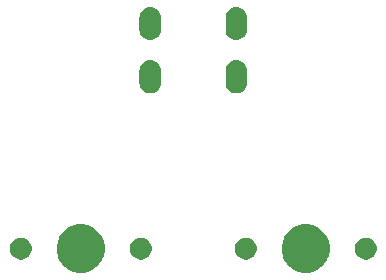
<source format=gbr>
G04 #@! TF.GenerationSoftware,KiCad,Pcbnew,(5.1.4)-1*
G04 #@! TF.CreationDate,2023-01-16T00:03:53+01:00*
G04 #@! TF.ProjectId,2ButtonKeyboardPCB,32427574-746f-46e4-9b65-79626f617264,rev?*
G04 #@! TF.SameCoordinates,Original*
G04 #@! TF.FileFunction,Soldermask,Top*
G04 #@! TF.FilePolarity,Negative*
%FSLAX46Y46*%
G04 Gerber Fmt 4.6, Leading zero omitted, Abs format (unit mm)*
G04 Created by KiCad (PCBNEW (5.1.4)-1) date 2023-01-16 00:03:53*
%MOMM*%
%LPD*%
G04 APERTURE LIST*
%ADD10C,0.100000*%
G04 APERTURE END LIST*
D10*
G36*
X161727724Y-67089934D02*
G01*
X161945724Y-67180233D01*
X162099873Y-67244083D01*
X162434798Y-67467873D01*
X162719627Y-67752702D01*
X162943417Y-68087627D01*
X162975812Y-68165836D01*
X163097566Y-68459776D01*
X163176150Y-68854844D01*
X163176150Y-69257656D01*
X163097566Y-69652724D01*
X163046701Y-69775522D01*
X162943417Y-70024873D01*
X162719627Y-70359798D01*
X162434798Y-70644627D01*
X162099873Y-70868417D01*
X161945724Y-70932267D01*
X161727724Y-71022566D01*
X161332656Y-71101150D01*
X160929844Y-71101150D01*
X160534776Y-71022566D01*
X160316776Y-70932267D01*
X160162627Y-70868417D01*
X159827702Y-70644627D01*
X159542873Y-70359798D01*
X159319083Y-70024873D01*
X159215799Y-69775522D01*
X159164934Y-69652724D01*
X159086350Y-69257656D01*
X159086350Y-68854844D01*
X159164934Y-68459776D01*
X159286688Y-68165836D01*
X159319083Y-68087627D01*
X159542873Y-67752702D01*
X159827702Y-67467873D01*
X160162627Y-67244083D01*
X160316776Y-67180233D01*
X160534776Y-67089934D01*
X160929844Y-67011350D01*
X161332656Y-67011350D01*
X161727724Y-67089934D01*
X161727724Y-67089934D01*
G37*
G36*
X180777724Y-67089934D02*
G01*
X180995724Y-67180233D01*
X181149873Y-67244083D01*
X181484798Y-67467873D01*
X181769627Y-67752702D01*
X181993417Y-68087627D01*
X182025812Y-68165836D01*
X182147566Y-68459776D01*
X182226150Y-68854844D01*
X182226150Y-69257656D01*
X182147566Y-69652724D01*
X182096701Y-69775522D01*
X181993417Y-70024873D01*
X181769627Y-70359798D01*
X181484798Y-70644627D01*
X181149873Y-70868417D01*
X180995724Y-70932267D01*
X180777724Y-71022566D01*
X180382656Y-71101150D01*
X179979844Y-71101150D01*
X179584776Y-71022566D01*
X179366776Y-70932267D01*
X179212627Y-70868417D01*
X178877702Y-70644627D01*
X178592873Y-70359798D01*
X178369083Y-70024873D01*
X178265799Y-69775522D01*
X178214934Y-69652724D01*
X178136350Y-69257656D01*
X178136350Y-68854844D01*
X178214934Y-68459776D01*
X178336688Y-68165836D01*
X178369083Y-68087627D01*
X178592873Y-67752702D01*
X178877702Y-67467873D01*
X179212627Y-67244083D01*
X179366776Y-67180233D01*
X179584776Y-67089934D01*
X179979844Y-67011350D01*
X180382656Y-67011350D01*
X180777724Y-67089934D01*
X180777724Y-67089934D01*
G37*
G36*
X185531354Y-68165835D02*
G01*
X185699876Y-68235639D01*
X185851541Y-68336978D01*
X185980522Y-68465959D01*
X186081861Y-68617624D01*
X186151665Y-68786146D01*
X186187250Y-68965047D01*
X186187250Y-69147453D01*
X186151665Y-69326354D01*
X186081861Y-69494876D01*
X185980522Y-69646541D01*
X185851541Y-69775522D01*
X185699876Y-69876861D01*
X185531354Y-69946665D01*
X185352453Y-69982250D01*
X185170047Y-69982250D01*
X184991146Y-69946665D01*
X184822624Y-69876861D01*
X184670959Y-69775522D01*
X184541978Y-69646541D01*
X184440639Y-69494876D01*
X184370835Y-69326354D01*
X184335250Y-69147453D01*
X184335250Y-68965047D01*
X184370835Y-68786146D01*
X184440639Y-68617624D01*
X184541978Y-68465959D01*
X184670959Y-68336978D01*
X184822624Y-68235639D01*
X184991146Y-68165835D01*
X185170047Y-68130250D01*
X185352453Y-68130250D01*
X185531354Y-68165835D01*
X185531354Y-68165835D01*
G37*
G36*
X156321354Y-68165835D02*
G01*
X156489876Y-68235639D01*
X156641541Y-68336978D01*
X156770522Y-68465959D01*
X156871861Y-68617624D01*
X156941665Y-68786146D01*
X156977250Y-68965047D01*
X156977250Y-69147453D01*
X156941665Y-69326354D01*
X156871861Y-69494876D01*
X156770522Y-69646541D01*
X156641541Y-69775522D01*
X156489876Y-69876861D01*
X156321354Y-69946665D01*
X156142453Y-69982250D01*
X155960047Y-69982250D01*
X155781146Y-69946665D01*
X155612624Y-69876861D01*
X155460959Y-69775522D01*
X155331978Y-69646541D01*
X155230639Y-69494876D01*
X155160835Y-69326354D01*
X155125250Y-69147453D01*
X155125250Y-68965047D01*
X155160835Y-68786146D01*
X155230639Y-68617624D01*
X155331978Y-68465959D01*
X155460959Y-68336978D01*
X155612624Y-68235639D01*
X155781146Y-68165835D01*
X155960047Y-68130250D01*
X156142453Y-68130250D01*
X156321354Y-68165835D01*
X156321354Y-68165835D01*
G37*
G36*
X166481354Y-68165835D02*
G01*
X166649876Y-68235639D01*
X166801541Y-68336978D01*
X166930522Y-68465959D01*
X167031861Y-68617624D01*
X167101665Y-68786146D01*
X167137250Y-68965047D01*
X167137250Y-69147453D01*
X167101665Y-69326354D01*
X167031861Y-69494876D01*
X166930522Y-69646541D01*
X166801541Y-69775522D01*
X166649876Y-69876861D01*
X166481354Y-69946665D01*
X166302453Y-69982250D01*
X166120047Y-69982250D01*
X165941146Y-69946665D01*
X165772624Y-69876861D01*
X165620959Y-69775522D01*
X165491978Y-69646541D01*
X165390639Y-69494876D01*
X165320835Y-69326354D01*
X165285250Y-69147453D01*
X165285250Y-68965047D01*
X165320835Y-68786146D01*
X165390639Y-68617624D01*
X165491978Y-68465959D01*
X165620959Y-68336978D01*
X165772624Y-68235639D01*
X165941146Y-68165835D01*
X166120047Y-68130250D01*
X166302453Y-68130250D01*
X166481354Y-68165835D01*
X166481354Y-68165835D01*
G37*
G36*
X175371354Y-68165835D02*
G01*
X175539876Y-68235639D01*
X175691541Y-68336978D01*
X175820522Y-68465959D01*
X175921861Y-68617624D01*
X175991665Y-68786146D01*
X176027250Y-68965047D01*
X176027250Y-69147453D01*
X175991665Y-69326354D01*
X175921861Y-69494876D01*
X175820522Y-69646541D01*
X175691541Y-69775522D01*
X175539876Y-69876861D01*
X175371354Y-69946665D01*
X175192453Y-69982250D01*
X175010047Y-69982250D01*
X174831146Y-69946665D01*
X174662624Y-69876861D01*
X174510959Y-69775522D01*
X174381978Y-69646541D01*
X174280639Y-69494876D01*
X174210835Y-69326354D01*
X174175250Y-69147453D01*
X174175250Y-68965047D01*
X174210835Y-68786146D01*
X174280639Y-68617624D01*
X174381978Y-68465959D01*
X174510959Y-68336978D01*
X174662624Y-68235639D01*
X174831146Y-68165835D01*
X175010047Y-68130250D01*
X175192453Y-68130250D01*
X175371354Y-68165835D01*
X175371354Y-68165835D01*
G37*
G36*
X174482877Y-53118287D02*
G01*
X174652716Y-53169807D01*
X174809241Y-53253472D01*
X174844979Y-53282802D01*
X174946436Y-53366064D01*
X175029698Y-53467521D01*
X175059028Y-53503259D01*
X175142693Y-53659784D01*
X175194213Y-53829623D01*
X175207250Y-53961992D01*
X175207250Y-55050508D01*
X175194213Y-55182877D01*
X175142693Y-55352716D01*
X175059028Y-55509241D01*
X175029698Y-55544979D01*
X174946436Y-55646436D01*
X174809239Y-55759029D01*
X174652717Y-55842692D01*
X174652715Y-55842693D01*
X174482876Y-55894213D01*
X174306250Y-55911609D01*
X174129623Y-55894213D01*
X173959784Y-55842693D01*
X173803259Y-55759028D01*
X173767521Y-55729698D01*
X173666064Y-55646436D01*
X173553471Y-55509239D01*
X173469808Y-55352717D01*
X173469807Y-55352715D01*
X173418287Y-55182876D01*
X173405250Y-55050507D01*
X173405251Y-53961992D01*
X173418288Y-53829623D01*
X173469808Y-53659784D01*
X173553473Y-53503259D01*
X173582803Y-53467521D01*
X173666065Y-53366064D01*
X173767522Y-53282802D01*
X173803260Y-53253472D01*
X173959785Y-53169807D01*
X174129624Y-53118287D01*
X174306250Y-53100891D01*
X174482877Y-53118287D01*
X174482877Y-53118287D01*
G37*
G36*
X167182877Y-53118287D02*
G01*
X167352716Y-53169807D01*
X167509241Y-53253472D01*
X167544979Y-53282802D01*
X167646436Y-53366064D01*
X167729698Y-53467521D01*
X167759028Y-53503259D01*
X167842693Y-53659784D01*
X167894213Y-53829623D01*
X167907250Y-53961992D01*
X167907250Y-55050508D01*
X167894213Y-55182877D01*
X167842693Y-55352716D01*
X167759028Y-55509241D01*
X167729698Y-55544979D01*
X167646436Y-55646436D01*
X167509239Y-55759029D01*
X167352717Y-55842692D01*
X167352715Y-55842693D01*
X167182876Y-55894213D01*
X167006250Y-55911609D01*
X166829623Y-55894213D01*
X166659784Y-55842693D01*
X166503259Y-55759028D01*
X166467521Y-55729698D01*
X166366064Y-55646436D01*
X166253471Y-55509239D01*
X166169808Y-55352717D01*
X166169807Y-55352715D01*
X166118287Y-55182876D01*
X166105250Y-55050507D01*
X166105251Y-53961992D01*
X166118288Y-53829623D01*
X166169808Y-53659784D01*
X166253473Y-53503259D01*
X166282803Y-53467521D01*
X166366065Y-53366064D01*
X166467522Y-53282802D01*
X166503260Y-53253472D01*
X166659785Y-53169807D01*
X166829624Y-53118287D01*
X167006250Y-53100891D01*
X167182877Y-53118287D01*
X167182877Y-53118287D01*
G37*
G36*
X167182877Y-48618287D02*
G01*
X167352716Y-48669807D01*
X167509241Y-48753472D01*
X167544979Y-48782802D01*
X167646436Y-48866064D01*
X167729698Y-48967521D01*
X167759028Y-49003259D01*
X167842693Y-49159784D01*
X167894213Y-49329623D01*
X167907250Y-49461992D01*
X167907250Y-50550508D01*
X167894213Y-50682877D01*
X167842693Y-50852716D01*
X167759028Y-51009241D01*
X167729698Y-51044979D01*
X167646436Y-51146436D01*
X167509239Y-51259029D01*
X167352717Y-51342692D01*
X167352715Y-51342693D01*
X167182876Y-51394213D01*
X167006250Y-51411609D01*
X166829623Y-51394213D01*
X166659784Y-51342693D01*
X166503259Y-51259028D01*
X166467521Y-51229698D01*
X166366064Y-51146436D01*
X166253471Y-51009239D01*
X166169808Y-50852717D01*
X166169807Y-50852715D01*
X166118287Y-50682876D01*
X166105250Y-50550507D01*
X166105251Y-49461992D01*
X166118288Y-49329623D01*
X166169808Y-49159784D01*
X166253473Y-49003259D01*
X166282803Y-48967521D01*
X166366065Y-48866064D01*
X166467522Y-48782802D01*
X166503260Y-48753472D01*
X166659785Y-48669807D01*
X166829624Y-48618287D01*
X167006250Y-48600891D01*
X167182877Y-48618287D01*
X167182877Y-48618287D01*
G37*
G36*
X174482877Y-48618287D02*
G01*
X174652716Y-48669807D01*
X174809241Y-48753472D01*
X174844979Y-48782802D01*
X174946436Y-48866064D01*
X175029698Y-48967521D01*
X175059028Y-49003259D01*
X175142693Y-49159784D01*
X175194213Y-49329623D01*
X175207250Y-49461992D01*
X175207250Y-50550508D01*
X175194213Y-50682877D01*
X175142693Y-50852716D01*
X175059028Y-51009241D01*
X175029698Y-51044979D01*
X174946436Y-51146436D01*
X174809239Y-51259029D01*
X174652717Y-51342692D01*
X174652715Y-51342693D01*
X174482876Y-51394213D01*
X174306250Y-51411609D01*
X174129623Y-51394213D01*
X173959784Y-51342693D01*
X173803259Y-51259028D01*
X173767521Y-51229698D01*
X173666064Y-51146436D01*
X173553471Y-51009239D01*
X173469808Y-50852717D01*
X173469807Y-50852715D01*
X173418287Y-50682876D01*
X173405250Y-50550507D01*
X173405251Y-49461992D01*
X173418288Y-49329623D01*
X173469808Y-49159784D01*
X173553473Y-49003259D01*
X173582803Y-48967521D01*
X173666065Y-48866064D01*
X173767522Y-48782802D01*
X173803260Y-48753472D01*
X173959785Y-48669807D01*
X174129624Y-48618287D01*
X174306250Y-48600891D01*
X174482877Y-48618287D01*
X174482877Y-48618287D01*
G37*
M02*

</source>
